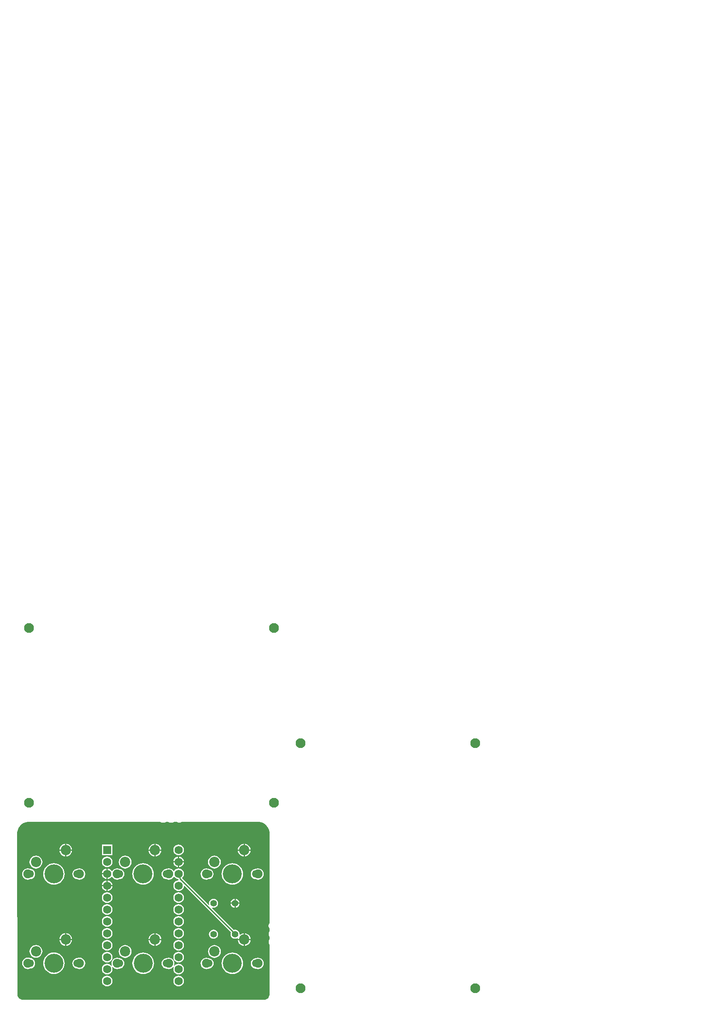
<source format=gbr>
%TF.GenerationSoftware,Altium Limited,Altium Designer,20.1.12 (249)*%
G04 Layer_Physical_Order=1*
G04 Layer_Color=255*
%FSLAX26Y26*%
%MOIN*%
%TF.SameCoordinates,9E99BA8B-9897-4C81-AE0E-6E9FF3DC4262*%
%TF.FilePolarity,Positive*%
%TF.FileFunction,Copper,L1,Top,Signal*%
%TF.Part,Single*%
G01*
G75*
%TA.AperFunction,Conductor*%
%ADD10C,0.010000*%
%TA.AperFunction,ViaPad*%
%ADD11C,0.082677*%
%TA.AperFunction,ComponentPad*%
%ADD12C,0.055118*%
%ADD13C,0.066929*%
%ADD14C,0.074803*%
%ADD15C,0.086614*%
%ADD16C,0.159449*%
%ADD17C,0.069016*%
%ADD18R,0.069016X0.069016*%
G36*
X2047279Y1489267D02*
X2065478Y1481729D01*
X2081856Y1470785D01*
X2095785Y1456856D01*
X2106729Y1440478D01*
X2114267Y1422279D01*
X2118110Y1402959D01*
Y1393110D01*
Y643570D01*
X2115057Y639000D01*
X2114673Y638073D01*
X2114115Y637237D01*
X2111975Y632071D01*
X2111779Y631086D01*
X2111394Y630158D01*
X2110303Y624673D01*
Y623669D01*
X2110108Y622684D01*
Y617092D01*
X2110303Y616107D01*
Y615103D01*
X2111394Y609618D01*
X2111779Y608690D01*
X2111975Y607705D01*
X2114115Y602538D01*
X2114673Y601703D01*
X2115057Y600776D01*
X2118110Y596206D01*
Y574961D01*
X2115624Y571240D01*
X2115240Y570312D01*
X2114682Y569477D01*
X2112542Y564311D01*
X2112346Y563326D01*
X2111961Y562398D01*
X2110870Y556913D01*
Y555909D01*
X2110675Y554924D01*
Y549332D01*
X2110870Y548347D01*
Y547343D01*
X2111961Y541858D01*
X2112346Y540930D01*
X2112542Y539945D01*
X2114682Y534778D01*
X2115240Y533943D01*
X2115624Y533016D01*
X2118110Y529294D01*
Y508032D01*
X2115624Y504311D01*
X2115240Y503383D01*
X2114682Y502548D01*
X2112542Y497382D01*
X2112346Y496397D01*
X2111961Y495469D01*
X2110870Y489984D01*
Y488980D01*
X2110675Y487995D01*
Y482402D01*
X2110870Y481418D01*
Y480413D01*
X2111961Y474928D01*
X2112346Y474001D01*
X2112542Y473016D01*
X2114682Y467849D01*
X2115240Y467014D01*
X2115624Y466087D01*
X2118110Y462365D01*
Y43307D01*
Y39042D01*
X2116446Y30675D01*
X2113181Y22793D01*
X2108442Y15700D01*
X2102410Y9668D01*
X2095317Y4929D01*
X2087435Y1664D01*
X2079068Y0D01*
X41801D01*
X33053Y1740D01*
X24814Y5153D01*
X17398Y10108D01*
X11092Y16414D01*
X6137Y23829D01*
X2724Y32069D01*
X984Y40816D01*
X984Y45276D01*
X0Y1348425D01*
Y1402959D01*
X3843Y1422279D01*
X11381Y1440478D01*
X22325Y1456856D01*
X36254Y1470785D01*
X52632Y1481729D01*
X70831Y1489267D01*
X90151Y1493110D01*
X1201803D01*
X1201804Y1493109D01*
X1206454Y1490002D01*
X1207381Y1489618D01*
X1208216Y1489060D01*
X1213383Y1486920D01*
X1214368Y1486724D01*
X1215296Y1486340D01*
X1220781Y1485248D01*
X1221785D01*
X1222770Y1485053D01*
X1228362D01*
X1229347Y1485248D01*
X1230351D01*
X1235836Y1486340D01*
X1236764Y1486724D01*
X1237749Y1486920D01*
X1242916Y1489060D01*
X1243750Y1489618D01*
X1244678Y1490002D01*
X1249328Y1493109D01*
X1249329Y1493110D01*
X1268732D01*
X1268733Y1493109D01*
X1273383Y1490002D01*
X1274310Y1489618D01*
X1275146Y1489060D01*
X1280312Y1486920D01*
X1281297Y1486724D01*
X1282225Y1486340D01*
X1287710Y1485248D01*
X1288714D01*
X1289699Y1485053D01*
X1295291D01*
X1296276Y1485248D01*
X1297280D01*
X1302765Y1486340D01*
X1303693Y1486724D01*
X1304678Y1486920D01*
X1309845Y1489060D01*
X1310679Y1489618D01*
X1311607Y1490002D01*
X1316257Y1493109D01*
X1316258Y1493110D01*
X1337340D01*
X1341143Y1490569D01*
X1342071Y1490185D01*
X1342906Y1489627D01*
X1348072Y1487487D01*
X1349057Y1487291D01*
X1349985Y1486907D01*
X1355470Y1485815D01*
X1356474D01*
X1357459Y1485620D01*
X1363051D01*
X1364036Y1485815D01*
X1365040D01*
X1370525Y1486907D01*
X1371453Y1487291D01*
X1372438Y1487487D01*
X1377605Y1489627D01*
X1378440Y1490185D01*
X1379367Y1490569D01*
X1383171Y1493110D01*
X2027959D01*
X2047279Y1489267D01*
D02*
G37*
G36*
X5782598Y8184882D02*
D01*
D02*
G37*
%LPC*%
G36*
X1910508Y1307124D02*
Y1259016D01*
X1958617D01*
X1957443Y1267932D01*
X1952072Y1280899D01*
X1943527Y1292035D01*
X1932392Y1300579D01*
X1919424Y1305951D01*
X1910508Y1307124D01*
D02*
G37*
G36*
X1900508D02*
X1891592Y1305951D01*
X1878625Y1300579D01*
X1867489Y1292035D01*
X1858945Y1280899D01*
X1853573Y1267932D01*
X1852400Y1259016D01*
X1900508D01*
Y1307124D01*
D02*
G37*
G36*
X1161296D02*
Y1259016D01*
X1209405D01*
X1208231Y1267932D01*
X1202860Y1280899D01*
X1194315Y1292035D01*
X1183179Y1300579D01*
X1170212Y1305951D01*
X1161296Y1307124D01*
D02*
G37*
G36*
X1151296D02*
X1142380Y1305951D01*
X1129412Y1300579D01*
X1118277Y1292035D01*
X1109732Y1280899D01*
X1104361Y1267932D01*
X1103187Y1259016D01*
X1151296D01*
Y1307124D01*
D02*
G37*
G36*
X412083D02*
Y1259016D01*
X460192D01*
X459018Y1267932D01*
X453647Y1280899D01*
X445102Y1292035D01*
X433967Y1300579D01*
X420999Y1305951D01*
X412083Y1307124D01*
D02*
G37*
G36*
X402083D02*
X393167Y1305951D01*
X380200Y1300579D01*
X369064Y1292035D01*
X360519Y1280899D01*
X355148Y1267932D01*
X353974Y1259016D01*
X402083D01*
Y1307124D01*
D02*
G37*
G36*
X799823Y1300413D02*
X710807D01*
Y1211398D01*
X799823D01*
Y1300413D01*
D02*
G37*
G36*
X1355315Y1300797D02*
X1343696Y1299268D01*
X1332869Y1294783D01*
X1323572Y1287649D01*
X1316438Y1278351D01*
X1311953Y1267524D01*
X1310423Y1255906D01*
X1311953Y1244287D01*
X1316438Y1233460D01*
X1323572Y1224162D01*
X1332869Y1217028D01*
X1343696Y1212543D01*
X1355315Y1211014D01*
X1366934Y1212543D01*
X1377761Y1217028D01*
X1387058Y1224162D01*
X1394193Y1233460D01*
X1398677Y1244287D01*
X1400207Y1255906D01*
X1398677Y1267524D01*
X1394193Y1278351D01*
X1387058Y1287649D01*
X1377761Y1294783D01*
X1366934Y1299268D01*
X1355315Y1300797D01*
D02*
G37*
G36*
X1209405Y1249016D02*
X1161296D01*
Y1200907D01*
X1170212Y1202081D01*
X1183179Y1207452D01*
X1194315Y1215997D01*
X1202860Y1227132D01*
X1208231Y1240100D01*
X1209405Y1249016D01*
D02*
G37*
G36*
X1151296D02*
X1103187D01*
X1104361Y1240100D01*
X1109732Y1227132D01*
X1118277Y1215997D01*
X1129412Y1207452D01*
X1142380Y1202081D01*
X1151296Y1200907D01*
Y1249016D01*
D02*
G37*
G36*
X460192D02*
X412083D01*
Y1200907D01*
X420999Y1202081D01*
X433967Y1207452D01*
X445102Y1215997D01*
X453647Y1227132D01*
X459018Y1240100D01*
X460192Y1249016D01*
D02*
G37*
G36*
X402083D02*
X353974D01*
X355148Y1240100D01*
X360519Y1227132D01*
X369064Y1215997D01*
X380200Y1207452D01*
X393167Y1202081D01*
X402083Y1200907D01*
Y1249016D01*
D02*
G37*
G36*
X1958617D02*
X1910508D01*
Y1200907D01*
X1919424Y1202081D01*
X1932392Y1207452D01*
X1943527Y1215997D01*
X1952072Y1227132D01*
X1957443Y1240100D01*
X1958617Y1249016D01*
D02*
G37*
G36*
X1900508D02*
X1852400D01*
X1853573Y1240100D01*
X1858945Y1227132D01*
X1867489Y1215997D01*
X1878625Y1207452D01*
X1891592Y1202081D01*
X1900508Y1200907D01*
Y1249016D01*
D02*
G37*
G36*
X1360315Y1200139D02*
Y1160906D01*
X1399549D01*
X1398677Y1167524D01*
X1394193Y1178351D01*
X1387058Y1187649D01*
X1377761Y1194783D01*
X1366934Y1199268D01*
X1360315Y1200139D01*
D02*
G37*
G36*
X1350315D02*
X1343696Y1199268D01*
X1332869Y1194783D01*
X1323572Y1187649D01*
X1316438Y1178351D01*
X1311953Y1167524D01*
X1311081Y1160906D01*
X1350315D01*
Y1200139D01*
D02*
G37*
G36*
X1399549Y1150906D02*
X1360315D01*
Y1111672D01*
X1366934Y1112543D01*
X1377761Y1117028D01*
X1387058Y1124162D01*
X1394193Y1133460D01*
X1398677Y1144287D01*
X1399549Y1150906D01*
D02*
G37*
G36*
X1350315D02*
X1311081D01*
X1311953Y1144287D01*
X1316438Y1133460D01*
X1323572Y1124162D01*
X1332869Y1117028D01*
X1343696Y1112543D01*
X1350315Y1111672D01*
Y1150906D01*
D02*
G37*
G36*
X755315Y1200797D02*
X743696Y1199268D01*
X732869Y1194783D01*
X723572Y1187649D01*
X716438Y1178351D01*
X711953Y1167524D01*
X710423Y1155906D01*
X711953Y1144287D01*
X716438Y1133460D01*
X723572Y1124162D01*
X732869Y1117028D01*
X743696Y1112543D01*
X755315Y1111014D01*
X766934Y1112543D01*
X777761Y1117028D01*
X787058Y1124162D01*
X794192Y1133460D01*
X798677Y1144287D01*
X800207Y1155906D01*
X798677Y1167524D01*
X794192Y1178351D01*
X787058Y1187649D01*
X777761Y1194783D01*
X766934Y1199268D01*
X755315Y1200797D01*
D02*
G37*
G36*
X1655508Y1207783D02*
X1641592Y1205951D01*
X1628625Y1200579D01*
X1617489Y1192035D01*
X1608945Y1180899D01*
X1603573Y1167932D01*
X1601741Y1154016D01*
X1603573Y1140100D01*
X1608945Y1127132D01*
X1617489Y1115997D01*
X1628625Y1107452D01*
X1641592Y1102081D01*
X1655508Y1100249D01*
X1669424Y1102081D01*
X1682392Y1107452D01*
X1693527Y1115997D01*
X1702072Y1127132D01*
X1707443Y1140100D01*
X1709275Y1154016D01*
X1707443Y1167932D01*
X1702072Y1180899D01*
X1693527Y1192035D01*
X1682392Y1200579D01*
X1669424Y1205951D01*
X1655508Y1207783D01*
D02*
G37*
G36*
X906296D02*
X892380Y1205951D01*
X879412Y1200579D01*
X868277Y1192035D01*
X859732Y1180899D01*
X854361Y1167932D01*
X852529Y1154016D01*
X854361Y1140100D01*
X859732Y1127132D01*
X868277Y1115997D01*
X879412Y1107452D01*
X892380Y1102081D01*
X906296Y1100249D01*
X920212Y1102081D01*
X933179Y1107452D01*
X944315Y1115997D01*
X952860Y1127132D01*
X958231Y1140100D01*
X960063Y1154016D01*
X958231Y1167932D01*
X952860Y1180899D01*
X944315Y1192035D01*
X933179Y1200579D01*
X920212Y1205951D01*
X906296Y1207783D01*
D02*
G37*
G36*
X157083D02*
X143167Y1205951D01*
X130200Y1200579D01*
X119064Y1192035D01*
X110519Y1180899D01*
X105148Y1167932D01*
X103316Y1154016D01*
X105148Y1140100D01*
X110519Y1127132D01*
X119064Y1115997D01*
X130200Y1107452D01*
X143167Y1102081D01*
X157083Y1100249D01*
X170999Y1102081D01*
X183967Y1107452D01*
X195102Y1115997D01*
X203647Y1127132D01*
X209018Y1140100D01*
X210850Y1154016D01*
X209018Y1167932D01*
X203647Y1180899D01*
X195102Y1192035D01*
X183967Y1200579D01*
X170999Y1205951D01*
X157083Y1207783D01*
D02*
G37*
G36*
X838383Y1101826D02*
X826008Y1100197D01*
X814477Y1095421D01*
X804575Y1087823D01*
X798792Y1080285D01*
X798064Y1079979D01*
X792865Y1080167D01*
X792752Y1080229D01*
X787058Y1087649D01*
X777761Y1094783D01*
X766934Y1099268D01*
X760315Y1100139D01*
Y1055906D01*
Y1011672D01*
X766934Y1012543D01*
X777761Y1017028D01*
X787058Y1024162D01*
X791585Y1030062D01*
X794695Y1030090D01*
X797451Y1029493D01*
X804575Y1020209D01*
X814477Y1012611D01*
X826008Y1007834D01*
X838383Y1006205D01*
X850757Y1007834D01*
X856922Y1010388D01*
X866658Y1011670D01*
X877231Y1016049D01*
X886311Y1023016D01*
X893278Y1032096D01*
X897657Y1042669D01*
X899151Y1054016D01*
X897657Y1065362D01*
X893278Y1075936D01*
X886311Y1085015D01*
X877231Y1091982D01*
X866658Y1096361D01*
X856922Y1097643D01*
X850757Y1100197D01*
X838383Y1101826D01*
D02*
G37*
G36*
X750315Y1100139D02*
X743696Y1099268D01*
X732869Y1094783D01*
X723572Y1087649D01*
X716438Y1078351D01*
X711953Y1067524D01*
X711081Y1060906D01*
X750315D01*
Y1100139D01*
D02*
G37*
G36*
Y1050906D02*
X711081D01*
X711953Y1044287D01*
X716438Y1033460D01*
X723572Y1024162D01*
X732869Y1017028D01*
X743696Y1012543D01*
X750315Y1011672D01*
Y1050906D01*
D02*
G37*
G36*
X2021060Y1101826D02*
X2008685Y1100197D01*
X2002336Y1097567D01*
X1993178Y1096361D01*
X1982604Y1091982D01*
X1973525Y1085015D01*
X1966558Y1075936D01*
X1962178Y1065362D01*
X1960685Y1054016D01*
X1962178Y1042669D01*
X1966558Y1032096D01*
X1973525Y1023016D01*
X1982604Y1016049D01*
X1993178Y1011670D01*
X2002336Y1010464D01*
X2008685Y1007834D01*
X2021060Y1006205D01*
X2033434Y1007834D01*
X2044965Y1012611D01*
X2054867Y1020209D01*
X2062465Y1030110D01*
X2067241Y1041641D01*
X2068870Y1054016D01*
X2067241Y1066390D01*
X2062465Y1077921D01*
X2054867Y1087823D01*
X2044965Y1095421D01*
X2033434Y1100197D01*
X2021060Y1101826D01*
D02*
G37*
G36*
X1587595D02*
X1575221Y1100197D01*
X1563690Y1095421D01*
X1553788Y1087823D01*
X1546190Y1077921D01*
X1541414Y1066390D01*
X1539784Y1054016D01*
X1541414Y1041641D01*
X1546190Y1030110D01*
X1553788Y1020209D01*
X1563690Y1012611D01*
X1575221Y1007834D01*
X1587595Y1006205D01*
X1599969Y1007834D01*
X1606135Y1010388D01*
X1615871Y1011670D01*
X1626444Y1016049D01*
X1635523Y1023016D01*
X1642490Y1032096D01*
X1646870Y1042669D01*
X1648364Y1054016D01*
X1646870Y1065362D01*
X1642490Y1075936D01*
X1635523Y1085015D01*
X1626444Y1091982D01*
X1615871Y1096361D01*
X1606135Y1097643D01*
X1599969Y1100197D01*
X1587595Y1101826D01*
D02*
G37*
G36*
X522634D02*
X510260Y1100197D01*
X503911Y1097567D01*
X494752Y1096361D01*
X484179Y1091982D01*
X475100Y1085015D01*
X468133Y1075936D01*
X463753Y1065362D01*
X462259Y1054016D01*
X463753Y1042669D01*
X468133Y1032096D01*
X475100Y1023016D01*
X484179Y1016049D01*
X494752Y1011670D01*
X503911Y1010464D01*
X510260Y1007834D01*
X522634Y1006205D01*
X535009Y1007834D01*
X546540Y1012611D01*
X556442Y1020209D01*
X564039Y1030110D01*
X568816Y1041641D01*
X570445Y1054016D01*
X568816Y1066390D01*
X564039Y1077921D01*
X556442Y1087823D01*
X546540Y1095421D01*
X535009Y1100197D01*
X522634Y1101826D01*
D02*
G37*
G36*
X89170D02*
X76796Y1100197D01*
X65265Y1095421D01*
X55363Y1087823D01*
X47765Y1077921D01*
X42988Y1066390D01*
X41359Y1054016D01*
X42988Y1041641D01*
X47765Y1030110D01*
X55363Y1020209D01*
X65264Y1012611D01*
X76796Y1007834D01*
X89170Y1006205D01*
X101544Y1007834D01*
X107710Y1010388D01*
X117445Y1011670D01*
X128019Y1016049D01*
X137098Y1023016D01*
X144065Y1032096D01*
X148445Y1042669D01*
X149939Y1054016D01*
X148445Y1065362D01*
X144065Y1075936D01*
X137098Y1085015D01*
X128019Y1091982D01*
X117445Y1096361D01*
X107710Y1097643D01*
X101544Y1100197D01*
X89170Y1101826D01*
D02*
G37*
G36*
X1806099Y1144765D02*
X1788510Y1143032D01*
X1771597Y1137902D01*
X1756010Y1129570D01*
X1742347Y1118358D01*
X1731135Y1104696D01*
X1722803Y1089109D01*
X1717673Y1072195D01*
X1715940Y1054606D01*
X1717673Y1037017D01*
X1722803Y1020104D01*
X1731135Y1004517D01*
X1742347Y990855D01*
X1756010Y979642D01*
X1771597Y971311D01*
X1788510Y966180D01*
X1806099Y964448D01*
X1823688Y966180D01*
X1840601Y971311D01*
X1856188Y979642D01*
X1869851Y990855D01*
X1881063Y1004517D01*
X1889395Y1020104D01*
X1894525Y1037017D01*
X1896257Y1054606D01*
X1894525Y1072195D01*
X1889395Y1089109D01*
X1881063Y1104696D01*
X1869851Y1118358D01*
X1856188Y1129570D01*
X1840601Y1137902D01*
X1823688Y1143032D01*
X1806099Y1144765D01*
D02*
G37*
G36*
X1056887D02*
X1039297Y1143032D01*
X1022384Y1137902D01*
X1006797Y1129570D01*
X993135Y1118358D01*
X981922Y1104696D01*
X973591Y1089109D01*
X968460Y1072195D01*
X966728Y1054606D01*
X968460Y1037017D01*
X973591Y1020104D01*
X981922Y1004517D01*
X993135Y990855D01*
X1006797Y979642D01*
X1022384Y971311D01*
X1039297Y966180D01*
X1056887Y964448D01*
X1074476Y966180D01*
X1091389Y971311D01*
X1106976Y979642D01*
X1120638Y990855D01*
X1131851Y1004517D01*
X1140182Y1020104D01*
X1145313Y1037017D01*
X1147045Y1054606D01*
X1145313Y1072195D01*
X1140182Y1089109D01*
X1131851Y1104696D01*
X1120638Y1118358D01*
X1106976Y1129570D01*
X1091389Y1137902D01*
X1074476Y1143032D01*
X1056887Y1144765D01*
D02*
G37*
G36*
X307674D02*
X290085Y1143032D01*
X273172Y1137902D01*
X257584Y1129570D01*
X243922Y1118358D01*
X232710Y1104696D01*
X224378Y1089109D01*
X219248Y1072195D01*
X217515Y1054606D01*
X219248Y1037017D01*
X224378Y1020104D01*
X232710Y1004517D01*
X243922Y990855D01*
X257584Y979642D01*
X273172Y971311D01*
X290085Y966180D01*
X307674Y964448D01*
X325263Y966180D01*
X342176Y971311D01*
X357763Y979642D01*
X371425Y990855D01*
X382638Y1004517D01*
X390969Y1020104D01*
X396100Y1037017D01*
X397832Y1054606D01*
X396100Y1072195D01*
X390969Y1089109D01*
X382638Y1104696D01*
X371425Y1118358D01*
X357763Y1129570D01*
X342176Y1137902D01*
X325263Y1143032D01*
X307674Y1144765D01*
D02*
G37*
G36*
X760315Y1000139D02*
Y960905D01*
X799549D01*
X798677Y967524D01*
X794192Y978351D01*
X787058Y987649D01*
X777761Y994783D01*
X766934Y999268D01*
X760315Y1000139D01*
D02*
G37*
G36*
X750315D02*
X743696Y999268D01*
X732869Y994783D01*
X723572Y987649D01*
X716438Y978351D01*
X711953Y967524D01*
X711081Y960905D01*
X750315D01*
Y1000139D01*
D02*
G37*
G36*
X799549Y950905D02*
X760315D01*
Y911672D01*
X766934Y912543D01*
X777761Y917028D01*
X787058Y924162D01*
X794192Y933460D01*
X798677Y944287D01*
X799549Y950905D01*
D02*
G37*
G36*
X750315D02*
X711081D01*
X711953Y944287D01*
X716438Y933460D01*
X723572Y924162D01*
X732869Y917028D01*
X743696Y912543D01*
X750315Y911672D01*
Y950905D01*
D02*
G37*
G36*
X1833819Y846280D02*
Y814055D01*
X1866044D01*
X1865411Y818860D01*
X1861627Y827997D01*
X1855606Y835842D01*
X1847760Y841863D01*
X1838624Y845647D01*
X1833819Y846280D01*
D02*
G37*
G36*
X1823819Y846280D02*
X1819014Y845647D01*
X1809877Y841863D01*
X1802032Y835842D01*
X1796011Y827997D01*
X1792227Y818860D01*
X1791594Y814055D01*
X1823819D01*
Y846280D01*
D02*
G37*
G36*
X1355315Y900797D02*
X1343696Y899268D01*
X1332869Y894783D01*
X1323572Y887649D01*
X1316438Y878351D01*
X1311953Y867524D01*
X1310423Y855905D01*
X1311953Y844287D01*
X1316438Y833460D01*
X1323572Y824162D01*
X1332869Y817028D01*
X1343696Y812543D01*
X1355315Y811014D01*
X1366934Y812543D01*
X1377761Y817028D01*
X1387058Y824162D01*
X1394193Y833460D01*
X1398677Y844287D01*
X1400207Y855905D01*
X1398677Y867524D01*
X1394193Y878351D01*
X1387058Y887649D01*
X1377761Y894783D01*
X1366934Y899268D01*
X1355315Y900797D01*
D02*
G37*
G36*
X755315D02*
X743696Y899268D01*
X732869Y894783D01*
X723572Y887649D01*
X716438Y878351D01*
X711953Y867524D01*
X710423Y855905D01*
X711953Y844287D01*
X716438Y833460D01*
X723572Y824162D01*
X732869Y817028D01*
X743696Y812543D01*
X755315Y811014D01*
X766934Y812543D01*
X777761Y817028D01*
X787058Y824162D01*
X794192Y833460D01*
X798677Y844287D01*
X800207Y855905D01*
X798677Y867524D01*
X794192Y878351D01*
X787058Y887649D01*
X777761Y894783D01*
X766934Y899268D01*
X755315Y900797D01*
D02*
G37*
G36*
X1823819Y804055D02*
X1791594D01*
X1792227Y799250D01*
X1796011Y790114D01*
X1802032Y782268D01*
X1809877Y776247D01*
X1819014Y772463D01*
X1823819Y771830D01*
Y804055D01*
D02*
G37*
G36*
X1866044D02*
X1833819D01*
Y771830D01*
X1838624Y772463D01*
X1847760Y776247D01*
X1855606Y782268D01*
X1861627Y790114D01*
X1865411Y799250D01*
X1866044Y804055D01*
D02*
G37*
G36*
X1271847Y1101826D02*
X1259473Y1100197D01*
X1253124Y1097567D01*
X1243965Y1096361D01*
X1233392Y1091982D01*
X1224312Y1085015D01*
X1217345Y1075936D01*
X1212966Y1065362D01*
X1211472Y1054016D01*
X1212966Y1042669D01*
X1217345Y1032096D01*
X1224312Y1023016D01*
X1233392Y1016049D01*
X1243965Y1011670D01*
X1253124Y1010464D01*
X1259473Y1007834D01*
X1271847Y1006205D01*
X1284221Y1007834D01*
X1295752Y1012611D01*
X1305654Y1020209D01*
X1312979Y1029754D01*
X1313610Y1030129D01*
X1318784Y1030401D01*
X1323572Y1024162D01*
X1332869Y1017028D01*
X1343696Y1012543D01*
X1351944Y1011457D01*
X1352477Y1008775D01*
X1354509Y1005735D01*
X1352695Y1000851D01*
X1352211Y1000389D01*
X1343696Y999268D01*
X1332869Y994783D01*
X1323572Y987649D01*
X1316438Y978351D01*
X1311953Y967524D01*
X1310423Y955905D01*
X1311953Y944287D01*
X1316438Y933460D01*
X1323572Y924162D01*
X1332869Y917028D01*
X1343696Y912543D01*
X1355315Y911014D01*
X1366934Y912543D01*
X1377761Y917028D01*
X1387058Y924162D01*
X1394193Y933460D01*
X1398677Y944287D01*
X1399791Y952745D01*
X1405070Y954537D01*
X1794676Y564931D01*
X1792227Y559018D01*
X1790936Y549213D01*
X1792227Y539408D01*
X1796011Y530271D01*
X1802032Y522425D01*
X1809877Y516405D01*
X1819014Y512620D01*
X1828819Y511329D01*
X1838624Y512620D01*
X1847760Y516405D01*
X1848691Y517119D01*
X1853378Y514413D01*
X1852636Y508779D01*
X1900745D01*
Y556888D01*
X1891829Y555715D01*
X1878861Y550343D01*
X1871111Y544396D01*
X1866424Y547102D01*
X1866702Y549213D01*
X1865411Y559018D01*
X1861627Y568154D01*
X1855606Y576000D01*
X1847760Y582020D01*
X1838624Y585805D01*
X1828819Y587096D01*
X1819014Y585805D01*
X1817632Y585232D01*
X1634329Y768535D01*
X1637162Y772773D01*
X1637912Y772463D01*
X1647716Y771172D01*
X1657521Y772463D01*
X1666658Y776247D01*
X1674504Y782268D01*
X1680524Y790114D01*
X1684309Y799250D01*
X1685600Y809055D01*
X1684309Y818860D01*
X1680524Y827997D01*
X1674504Y835842D01*
X1666658Y841863D01*
X1657521Y845647D01*
X1647716Y846938D01*
X1637912Y845647D01*
X1628775Y841863D01*
X1620929Y835842D01*
X1614909Y827997D01*
X1611124Y818860D01*
X1609833Y809055D01*
X1611124Y799250D01*
X1611435Y798500D01*
X1607196Y795668D01*
X1385011Y1017853D01*
X1385338Y1022842D01*
X1387058Y1024162D01*
X1394193Y1033460D01*
X1398677Y1044287D01*
X1400207Y1055906D01*
X1398677Y1067524D01*
X1394193Y1078351D01*
X1387058Y1087649D01*
X1377761Y1094783D01*
X1366934Y1099268D01*
X1355315Y1100797D01*
X1343696Y1099268D01*
X1332869Y1094783D01*
X1323572Y1087649D01*
X1317704Y1080002D01*
X1317209Y1079771D01*
X1312735Y1079603D01*
X1311690Y1079957D01*
X1305654Y1087823D01*
X1295752Y1095421D01*
X1284221Y1100197D01*
X1271847Y1101826D01*
D02*
G37*
G36*
X1355315Y800797D02*
X1343696Y799268D01*
X1332869Y794783D01*
X1323572Y787649D01*
X1316438Y778351D01*
X1311953Y767524D01*
X1310423Y755905D01*
X1311953Y744287D01*
X1316438Y733460D01*
X1323572Y724162D01*
X1332869Y717028D01*
X1343696Y712543D01*
X1355315Y711014D01*
X1366934Y712543D01*
X1377761Y717028D01*
X1387058Y724162D01*
X1394193Y733460D01*
X1398677Y744287D01*
X1400207Y755905D01*
X1398677Y767524D01*
X1394193Y778351D01*
X1387058Y787649D01*
X1377761Y794783D01*
X1366934Y799268D01*
X1355315Y800797D01*
D02*
G37*
G36*
X755315D02*
X743696Y799268D01*
X732869Y794783D01*
X723572Y787649D01*
X716438Y778351D01*
X711953Y767524D01*
X710423Y755905D01*
X711953Y744287D01*
X716438Y733460D01*
X723572Y724162D01*
X732869Y717028D01*
X743696Y712543D01*
X755315Y711014D01*
X766934Y712543D01*
X777761Y717028D01*
X787058Y724162D01*
X794192Y733460D01*
X798677Y744287D01*
X800207Y755905D01*
X798677Y767524D01*
X794192Y778351D01*
X787058Y787649D01*
X777761Y794783D01*
X766934Y799268D01*
X755315Y800797D01*
D02*
G37*
G36*
X1355315Y700797D02*
X1343696Y699268D01*
X1332869Y694783D01*
X1323572Y687649D01*
X1316438Y678351D01*
X1311953Y667524D01*
X1310423Y655905D01*
X1311953Y644287D01*
X1316438Y633460D01*
X1323572Y624162D01*
X1332869Y617028D01*
X1343696Y612543D01*
X1355315Y611014D01*
X1366934Y612543D01*
X1377761Y617028D01*
X1387058Y624162D01*
X1394193Y633460D01*
X1398677Y644287D01*
X1400207Y655905D01*
X1398677Y667524D01*
X1394193Y678351D01*
X1387058Y687649D01*
X1377761Y694783D01*
X1366934Y699268D01*
X1355315Y700797D01*
D02*
G37*
G36*
X755315D02*
X743696Y699268D01*
X732869Y694783D01*
X723572Y687649D01*
X716438Y678351D01*
X711953Y667524D01*
X710423Y655905D01*
X711953Y644287D01*
X716438Y633460D01*
X723572Y624162D01*
X732869Y617028D01*
X743696Y612543D01*
X755315Y611014D01*
X766934Y612543D01*
X777761Y617028D01*
X787058Y624162D01*
X794192Y633460D01*
X798677Y644287D01*
X800207Y655905D01*
X798677Y667524D01*
X794192Y678351D01*
X787058Y687649D01*
X777761Y694783D01*
X766934Y699268D01*
X755315Y700797D01*
D02*
G37*
G36*
X1647716Y587096D02*
X1637912Y585805D01*
X1628775Y582020D01*
X1620929Y576000D01*
X1614909Y568154D01*
X1611124Y559018D01*
X1609833Y549213D01*
X1611124Y539408D01*
X1614909Y530271D01*
X1620929Y522425D01*
X1628775Y516405D01*
X1637912Y512620D01*
X1647716Y511329D01*
X1657521Y512620D01*
X1666658Y516405D01*
X1674504Y522425D01*
X1680524Y530271D01*
X1684309Y539408D01*
X1685600Y549213D01*
X1684309Y559018D01*
X1680524Y568154D01*
X1674504Y576000D01*
X1666658Y582020D01*
X1657521Y585805D01*
X1647716Y587096D01*
D02*
G37*
G36*
X1355315Y600797D02*
X1343696Y599268D01*
X1332869Y594783D01*
X1323572Y587649D01*
X1316438Y578351D01*
X1311953Y567524D01*
X1310423Y555905D01*
X1311953Y544287D01*
X1316438Y533460D01*
X1323572Y524162D01*
X1332869Y517028D01*
X1343696Y512543D01*
X1355315Y511014D01*
X1366934Y512543D01*
X1377761Y517028D01*
X1387058Y524162D01*
X1394193Y533460D01*
X1398677Y544287D01*
X1400207Y555905D01*
X1398677Y567524D01*
X1394193Y578351D01*
X1387058Y587649D01*
X1377761Y594783D01*
X1366934Y599268D01*
X1355315Y600797D01*
D02*
G37*
G36*
X755315D02*
X743696Y599268D01*
X732869Y594783D01*
X723572Y587649D01*
X716438Y578351D01*
X711953Y567524D01*
X710423Y555905D01*
X711953Y544287D01*
X716438Y533460D01*
X723572Y524162D01*
X732869Y517028D01*
X743696Y512543D01*
X755315Y511014D01*
X766934Y512543D01*
X777761Y517028D01*
X787058Y524162D01*
X794192Y533460D01*
X798677Y544287D01*
X800207Y555905D01*
X798677Y567524D01*
X794192Y578351D01*
X787058Y587649D01*
X777761Y594783D01*
X766934Y599268D01*
X755315Y600797D01*
D02*
G37*
G36*
X412083Y557912D02*
Y509803D01*
X460192D01*
X459018Y518719D01*
X453647Y531687D01*
X445102Y542822D01*
X433967Y551367D01*
X420999Y556738D01*
X412083Y557912D01*
D02*
G37*
G36*
X402083D02*
X393167Y556738D01*
X380200Y551367D01*
X369064Y542822D01*
X360519Y531687D01*
X355148Y518719D01*
X353974Y509803D01*
X402083D01*
Y557912D01*
D02*
G37*
G36*
X1910745Y556888D02*
Y508779D01*
X1958853D01*
X1957680Y517695D01*
X1952308Y530663D01*
X1943764Y541799D01*
X1932628Y550343D01*
X1919661Y555715D01*
X1910745Y556888D01*
D02*
G37*
G36*
X1161532D02*
Y508779D01*
X1209641D01*
X1208467Y517695D01*
X1203096Y530663D01*
X1194551Y541799D01*
X1183416Y550343D01*
X1170448Y555715D01*
X1161532Y556888D01*
D02*
G37*
G36*
X1151532D02*
X1142616Y555715D01*
X1129649Y550343D01*
X1118513Y541799D01*
X1109968Y530663D01*
X1104597Y517695D01*
X1103423Y508779D01*
X1151532D01*
Y556888D01*
D02*
G37*
G36*
X460192Y499803D02*
X412083D01*
Y451694D01*
X420999Y452868D01*
X433967Y458239D01*
X445102Y466784D01*
X453647Y477920D01*
X459018Y490887D01*
X460192Y499803D01*
D02*
G37*
G36*
X402083D02*
X353974D01*
X355148Y490887D01*
X360519Y477920D01*
X369064Y466784D01*
X380200Y458239D01*
X393167Y452868D01*
X402083Y451694D01*
Y499803D01*
D02*
G37*
G36*
X1958853Y498779D02*
X1910745D01*
Y450671D01*
X1919661Y451844D01*
X1932628Y457216D01*
X1943764Y465760D01*
X1952308Y476896D01*
X1957680Y489864D01*
X1958853Y498779D01*
D02*
G37*
G36*
X1900745D02*
X1852636D01*
X1853810Y489864D01*
X1859181Y476896D01*
X1867726Y465760D01*
X1878861Y457216D01*
X1891829Y451844D01*
X1900745Y450671D01*
Y498779D01*
D02*
G37*
G36*
X1209641D02*
X1161532D01*
Y450671D01*
X1170448Y451844D01*
X1183416Y457216D01*
X1194551Y465760D01*
X1203096Y476896D01*
X1208467Y489864D01*
X1209641Y498779D01*
D02*
G37*
G36*
X1151532D02*
X1103423D01*
X1104597Y489864D01*
X1109968Y476896D01*
X1118513Y465760D01*
X1129649Y457216D01*
X1142616Y451844D01*
X1151532Y450671D01*
Y498779D01*
D02*
G37*
G36*
X1355315Y500797D02*
X1343696Y499268D01*
X1332869Y494783D01*
X1323572Y487649D01*
X1316438Y478351D01*
X1311953Y467524D01*
X1310423Y455906D01*
X1311953Y444287D01*
X1316438Y433460D01*
X1323572Y424162D01*
X1332869Y417028D01*
X1343696Y412543D01*
X1355315Y411014D01*
X1366934Y412543D01*
X1377761Y417028D01*
X1387058Y424162D01*
X1394193Y433460D01*
X1398677Y444287D01*
X1400207Y455906D01*
X1398677Y467524D01*
X1394193Y478351D01*
X1387058Y487649D01*
X1377761Y494783D01*
X1366934Y499268D01*
X1355315Y500797D01*
D02*
G37*
G36*
X755315D02*
X743696Y499268D01*
X732869Y494783D01*
X723572Y487649D01*
X716438Y478351D01*
X711953Y467524D01*
X710423Y455906D01*
X711953Y444287D01*
X716438Y433460D01*
X723572Y424162D01*
X732869Y417028D01*
X743696Y412543D01*
X755315Y411014D01*
X766934Y412543D01*
X777761Y417028D01*
X787058Y424162D01*
X794192Y433460D01*
X798677Y444287D01*
X800207Y455906D01*
X798677Y467524D01*
X794192Y478351D01*
X787058Y487649D01*
X777761Y494783D01*
X766934Y499268D01*
X755315Y500797D01*
D02*
G37*
G36*
X157083Y458570D02*
X143167Y456738D01*
X130200Y451367D01*
X119064Y442822D01*
X110519Y431687D01*
X105148Y418719D01*
X103316Y404803D01*
X105148Y390887D01*
X110519Y377920D01*
X119064Y366784D01*
X130200Y358239D01*
X143167Y352868D01*
X157083Y351036D01*
X170999Y352868D01*
X183967Y358239D01*
X195102Y366784D01*
X203647Y377920D01*
X209018Y390887D01*
X210850Y404803D01*
X209018Y418719D01*
X203647Y431687D01*
X195102Y442822D01*
X183967Y451367D01*
X170999Y456738D01*
X157083Y458570D01*
D02*
G37*
G36*
X1655745Y457547D02*
X1641829Y455714D01*
X1628861Y450343D01*
X1617726Y441799D01*
X1609181Y430663D01*
X1603810Y417695D01*
X1601978Y403779D01*
X1603810Y389864D01*
X1609181Y376896D01*
X1617726Y365760D01*
X1628861Y357216D01*
X1641829Y351844D01*
X1655745Y350012D01*
X1669661Y351844D01*
X1682628Y357216D01*
X1693764Y365760D01*
X1702308Y376896D01*
X1707680Y389864D01*
X1709512Y403779D01*
X1707680Y417695D01*
X1702308Y430663D01*
X1693764Y441799D01*
X1682628Y450343D01*
X1669661Y455714D01*
X1655745Y457547D01*
D02*
G37*
G36*
X906532D02*
X892616Y455714D01*
X879649Y450343D01*
X868513Y441799D01*
X859968Y430663D01*
X854597Y417695D01*
X852765Y403779D01*
X854597Y389864D01*
X859968Y376896D01*
X868513Y365760D01*
X879649Y357216D01*
X892616Y351844D01*
X906532Y350012D01*
X920448Y351844D01*
X933416Y357216D01*
X944551Y365760D01*
X953096Y376896D01*
X958467Y389864D01*
X960299Y403779D01*
X958467Y417695D01*
X953096Y430663D01*
X944551Y441799D01*
X933416Y450343D01*
X920448Y455714D01*
X906532Y457547D01*
D02*
G37*
G36*
X1355315Y400797D02*
X1343696Y399268D01*
X1332869Y394783D01*
X1323572Y387649D01*
X1316438Y378351D01*
X1311953Y367524D01*
X1310423Y355906D01*
X1311953Y344287D01*
X1316438Y333460D01*
X1323572Y324162D01*
X1332869Y317028D01*
X1343696Y312543D01*
X1355315Y311014D01*
X1366934Y312543D01*
X1377761Y317028D01*
X1387058Y324162D01*
X1394193Y333460D01*
X1398677Y344287D01*
X1400207Y355906D01*
X1398677Y367524D01*
X1394193Y378351D01*
X1387058Y387649D01*
X1377761Y394783D01*
X1366934Y399268D01*
X1355315Y400797D01*
D02*
G37*
G36*
X755315D02*
X743696Y399268D01*
X732869Y394783D01*
X723572Y387649D01*
X716438Y378351D01*
X711953Y367524D01*
X710423Y355906D01*
X711953Y344287D01*
X716438Y333460D01*
X723572Y324162D01*
X732869Y317028D01*
X743696Y312543D01*
X755315Y311014D01*
X766934Y312543D01*
X777761Y317028D01*
X787058Y324162D01*
X794192Y333460D01*
X798677Y344287D01*
X800207Y355906D01*
X798677Y367524D01*
X794192Y378351D01*
X787058Y387649D01*
X777761Y394783D01*
X766934Y399268D01*
X755315Y400797D01*
D02*
G37*
G36*
X838619Y351590D02*
X826244Y349961D01*
X814713Y345185D01*
X804812Y337587D01*
X797214Y327685D01*
X792437Y316154D01*
X790808Y303779D01*
X792437Y291405D01*
X794735Y285858D01*
X790368Y283336D01*
X787058Y287649D01*
X777761Y294783D01*
X766934Y299268D01*
X755315Y300797D01*
X743696Y299268D01*
X732869Y294783D01*
X723572Y287649D01*
X716438Y278351D01*
X711953Y267524D01*
X710423Y255905D01*
X711953Y244287D01*
X716438Y233460D01*
X723572Y224162D01*
X732869Y217028D01*
X743696Y212543D01*
X755315Y211014D01*
X766934Y212543D01*
X777761Y217028D01*
X787058Y224162D01*
X794192Y233460D01*
X798677Y244287D01*
X800207Y255905D01*
X798677Y267524D01*
X796671Y272368D01*
X801038Y274890D01*
X804812Y269972D01*
X814713Y262374D01*
X826244Y257598D01*
X838619Y255969D01*
X850993Y257598D01*
X857159Y260152D01*
X866894Y261434D01*
X877468Y265813D01*
X886547Y272780D01*
X893514Y281860D01*
X897894Y292433D01*
X899387Y303779D01*
X897894Y315126D01*
X893514Y325699D01*
X886547Y334779D01*
X877468Y341746D01*
X866894Y346125D01*
X857159Y347407D01*
X850993Y349961D01*
X838619Y351590D01*
D02*
G37*
G36*
X522634Y352614D02*
X510260Y350985D01*
X503911Y348355D01*
X494752Y347149D01*
X484179Y342769D01*
X475100Y335802D01*
X468133Y326723D01*
X463753Y316150D01*
X462259Y304803D01*
X463753Y293457D01*
X468133Y282883D01*
X475100Y273804D01*
X484179Y266837D01*
X494752Y262457D01*
X503911Y261252D01*
X510260Y258622D01*
X522634Y256993D01*
X535009Y258622D01*
X546540Y263398D01*
X556442Y270996D01*
X564039Y280898D01*
X568816Y292429D01*
X570445Y304803D01*
X568816Y317177D01*
X564039Y328708D01*
X556442Y338610D01*
X546540Y346208D01*
X535009Y350985D01*
X522634Y352614D01*
D02*
G37*
G36*
X89170D02*
X76796Y350985D01*
X65265Y346208D01*
X55363Y338610D01*
X47765Y328708D01*
X42988Y317177D01*
X41359Y304803D01*
X42988Y292429D01*
X47765Y280898D01*
X55363Y270996D01*
X65264Y263398D01*
X76796Y258622D01*
X89170Y256993D01*
X101544Y258622D01*
X107710Y261176D01*
X117445Y262457D01*
X128019Y266837D01*
X137098Y273804D01*
X144065Y282883D01*
X148445Y293457D01*
X149939Y304803D01*
X148445Y316150D01*
X144065Y326723D01*
X137098Y335802D01*
X128019Y342769D01*
X117445Y347149D01*
X107710Y348431D01*
X101544Y350985D01*
X89170Y352614D01*
D02*
G37*
G36*
X2021296Y351590D02*
X2008922Y349961D01*
X2002573Y347331D01*
X1993414Y346125D01*
X1982841Y341746D01*
X1973761Y334779D01*
X1966794Y325699D01*
X1962415Y315126D01*
X1960921Y303779D01*
X1962415Y292433D01*
X1966794Y281860D01*
X1973761Y272780D01*
X1982841Y265813D01*
X1993414Y261434D01*
X2002573Y260228D01*
X2008922Y257598D01*
X2021296Y255969D01*
X2033670Y257598D01*
X2045201Y262374D01*
X2055103Y269972D01*
X2062701Y279874D01*
X2067477Y291405D01*
X2069106Y303779D01*
X2067477Y316154D01*
X2062701Y327685D01*
X2055103Y337587D01*
X2045201Y345185D01*
X2033670Y349961D01*
X2021296Y351590D01*
D02*
G37*
G36*
X1587831D02*
X1575457Y349961D01*
X1563926Y345185D01*
X1554024Y337587D01*
X1546426Y327685D01*
X1541650Y316154D01*
X1540021Y303779D01*
X1541650Y291405D01*
X1546426Y279874D01*
X1554024Y269972D01*
X1563926Y262374D01*
X1575457Y257598D01*
X1587831Y255969D01*
X1600206Y257598D01*
X1606371Y260152D01*
X1616107Y261434D01*
X1626680Y265813D01*
X1635760Y272780D01*
X1642727Y281860D01*
X1647106Y292433D01*
X1648600Y303779D01*
X1647106Y315126D01*
X1642727Y325699D01*
X1635760Y334779D01*
X1626680Y341746D01*
X1616107Y346125D01*
X1606371Y347407D01*
X1600206Y349961D01*
X1587831Y351590D01*
D02*
G37*
G36*
X307674Y395552D02*
X290085Y393820D01*
X273172Y388689D01*
X257584Y380358D01*
X243922Y369145D01*
X232710Y355483D01*
X224378Y339896D01*
X219248Y322983D01*
X217515Y305394D01*
X219248Y287805D01*
X224378Y270892D01*
X232710Y255304D01*
X243922Y241642D01*
X257584Y230430D01*
X273172Y222098D01*
X290085Y216968D01*
X307674Y215235D01*
X325263Y216968D01*
X342176Y222098D01*
X357763Y230430D01*
X371425Y241642D01*
X382638Y255304D01*
X390969Y270892D01*
X396100Y287805D01*
X397832Y305394D01*
X396100Y322983D01*
X390969Y339896D01*
X382638Y355483D01*
X371425Y369145D01*
X357763Y380358D01*
X342176Y388689D01*
X325263Y393820D01*
X307674Y395552D01*
D02*
G37*
G36*
X1806335Y394529D02*
X1788746Y392796D01*
X1771833Y387666D01*
X1756246Y379334D01*
X1742584Y368122D01*
X1731371Y354459D01*
X1723040Y338872D01*
X1717909Y321959D01*
X1716177Y304370D01*
X1717909Y286781D01*
X1723040Y269868D01*
X1731371Y254281D01*
X1742584Y240618D01*
X1756246Y229406D01*
X1771833Y221075D01*
X1788746Y215944D01*
X1806335Y214212D01*
X1823924Y215944D01*
X1840838Y221075D01*
X1856425Y229406D01*
X1870087Y240618D01*
X1881299Y254281D01*
X1889631Y269868D01*
X1894761Y286781D01*
X1896494Y304370D01*
X1894761Y321959D01*
X1889631Y338872D01*
X1881299Y354459D01*
X1870087Y368122D01*
X1856425Y379334D01*
X1840838Y387666D01*
X1823924Y392796D01*
X1806335Y394529D01*
D02*
G37*
G36*
X1057123D02*
X1039534Y392796D01*
X1022620Y387666D01*
X1007033Y379334D01*
X993371Y368122D01*
X982159Y354459D01*
X973827Y338872D01*
X968697Y321959D01*
X966964Y304370D01*
X968697Y286781D01*
X973827Y269868D01*
X982159Y254281D01*
X993371Y240618D01*
X1007033Y229406D01*
X1022620Y221075D01*
X1039534Y215944D01*
X1057123Y214212D01*
X1074712Y215944D01*
X1091625Y221075D01*
X1107212Y229406D01*
X1120874Y240618D01*
X1132087Y254281D01*
X1140418Y269868D01*
X1145549Y286781D01*
X1147281Y304370D01*
X1145549Y321959D01*
X1140418Y338872D01*
X1132087Y354459D01*
X1120874Y368122D01*
X1107212Y379334D01*
X1091625Y387666D01*
X1074712Y392796D01*
X1057123Y394529D01*
D02*
G37*
G36*
X1272083Y351590D02*
X1259709Y349961D01*
X1253360Y347331D01*
X1244201Y346125D01*
X1233628Y341746D01*
X1224549Y334779D01*
X1217582Y325699D01*
X1213202Y315126D01*
X1211708Y303779D01*
X1213202Y292433D01*
X1217582Y281860D01*
X1224549Y272780D01*
X1233628Y265813D01*
X1244201Y261434D01*
X1253360Y260228D01*
X1259709Y257598D01*
X1272083Y255969D01*
X1284458Y257598D01*
X1295989Y262374D01*
X1305890Y269972D01*
X1309507Y274686D01*
X1313875Y272164D01*
X1311953Y267524D01*
X1310423Y255905D01*
X1311953Y244287D01*
X1316438Y233460D01*
X1323572Y224162D01*
X1332869Y217028D01*
X1343696Y212543D01*
X1355315Y211014D01*
X1366934Y212543D01*
X1377761Y217028D01*
X1387058Y224162D01*
X1394193Y233460D01*
X1398677Y244287D01*
X1400207Y255905D01*
X1398677Y267524D01*
X1394193Y278351D01*
X1387058Y287649D01*
X1377761Y294783D01*
X1366934Y299268D01*
X1355315Y300797D01*
X1343696Y299268D01*
X1332869Y294783D01*
X1323572Y287649D01*
X1320419Y283540D01*
X1316051Y286062D01*
X1318265Y291405D01*
X1319894Y303779D01*
X1318265Y316154D01*
X1313488Y327685D01*
X1305890Y337587D01*
X1295989Y345185D01*
X1284458Y349961D01*
X1272083Y351590D01*
D02*
G37*
G36*
X1355315Y200797D02*
X1343696Y199268D01*
X1332869Y194783D01*
X1323572Y187649D01*
X1316438Y178351D01*
X1311953Y167524D01*
X1310423Y155905D01*
X1311953Y144287D01*
X1316438Y133460D01*
X1323572Y124162D01*
X1332869Y117028D01*
X1343696Y112543D01*
X1355315Y111014D01*
X1366934Y112543D01*
X1377761Y117028D01*
X1387058Y124162D01*
X1394193Y133459D01*
X1398677Y144287D01*
X1400207Y155905D01*
X1398677Y167524D01*
X1394193Y178351D01*
X1387058Y187649D01*
X1377761Y194783D01*
X1366934Y199268D01*
X1355315Y200797D01*
D02*
G37*
G36*
X755315D02*
X743696Y199268D01*
X732869Y194783D01*
X723572Y187649D01*
X716438Y178351D01*
X711953Y167524D01*
X710423Y155905D01*
X711953Y144287D01*
X716438Y133460D01*
X723572Y124162D01*
X732869Y117028D01*
X743696Y112543D01*
X755315Y111014D01*
X766934Y112543D01*
X777761Y117028D01*
X787058Y124162D01*
X794192Y133459D01*
X798677Y144287D01*
X800207Y155905D01*
X798677Y167524D01*
X794192Y178351D01*
X787058Y187649D01*
X777761Y194783D01*
X766934Y199268D01*
X755315Y200797D01*
D02*
G37*
%LPD*%
D10*
X1828819Y549213D02*
Y552416D01*
X1366607Y1014628D02*
X1828819Y552416D01*
X1366607Y1014628D02*
Y1044613D01*
X1355315Y1055906D02*
X1366607Y1044613D01*
D11*
X2378937Y96457D02*
D03*
Y2153543D02*
D03*
X3845472D02*
D03*
Y96457D02*
D03*
D03*
D03*
X2155512Y3120079D02*
D03*
D03*
D03*
X98425D02*
D03*
Y1653543D02*
D03*
X2155512D02*
D03*
D12*
X1828819Y549213D02*
D03*
X1647716D02*
D03*
X1828819Y809055D02*
D03*
X1647716D02*
D03*
D13*
X506099Y304803D02*
D03*
X106099D02*
D03*
X506099Y1054016D02*
D03*
X106099D02*
D03*
X1255548Y303779D02*
D03*
X855548D02*
D03*
X1255312Y1054016D02*
D03*
X855312D02*
D03*
X2004760Y303779D02*
D03*
X1604760D02*
D03*
X2004524Y1054016D02*
D03*
X1604524D02*
D03*
D14*
X522634Y304803D02*
D03*
X89170D02*
D03*
X522634Y1054016D02*
D03*
X89170D02*
D03*
X1272083Y303779D02*
D03*
X838619D02*
D03*
X1271847Y1054016D02*
D03*
X838383D02*
D03*
X2021296Y303779D02*
D03*
X1587831D02*
D03*
X2021060Y1054016D02*
D03*
X1587595D02*
D03*
D15*
X407083Y504803D02*
D03*
X157083Y404803D02*
D03*
X407083Y1254016D02*
D03*
X157083Y1154016D02*
D03*
X1156532Y503779D02*
D03*
X906532Y403779D02*
D03*
X1156296Y1254016D02*
D03*
X906296Y1154016D02*
D03*
X1905745Y503779D02*
D03*
X1655745Y403779D02*
D03*
X1905508Y1254016D02*
D03*
X1655508Y1154016D02*
D03*
D16*
X307674Y305394D02*
D03*
Y1054606D02*
D03*
X1057123Y304370D02*
D03*
X1056887Y1054606D02*
D03*
X1806335Y304370D02*
D03*
X1806099Y1054606D02*
D03*
D17*
X1355315Y1055906D02*
D03*
Y255905D02*
D03*
Y655905D02*
D03*
Y155905D02*
D03*
Y455906D02*
D03*
Y355906D02*
D03*
Y855905D02*
D03*
Y755905D02*
D03*
Y1155906D02*
D03*
Y955905D02*
D03*
Y1255906D02*
D03*
Y555905D02*
D03*
X755315Y255905D02*
D03*
Y655905D02*
D03*
Y1055906D02*
D03*
Y155905D02*
D03*
Y455906D02*
D03*
Y355906D02*
D03*
Y855905D02*
D03*
Y755905D02*
D03*
Y955905D02*
D03*
Y1155906D02*
D03*
Y555905D02*
D03*
D18*
Y1255906D02*
D03*
%TF.MD5,89874eb2deb106ec186870dcd89c29ea*%
M02*

</source>
